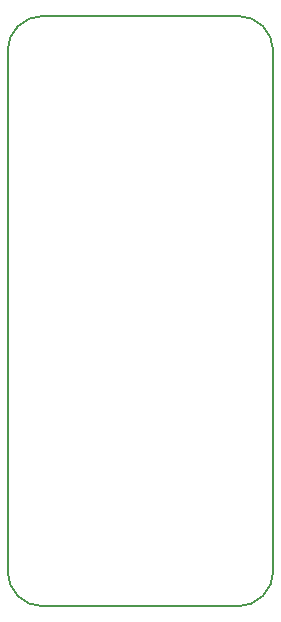
<source format=gbr>
G04 DipTrace 3.3.1.1*
G04 BoardOutline.gbr*
%MOMM*%
G04 #@! TF.FileFunction,Profile*
G04 #@! TF.Part,Single*
%ADD11C,0.14*%
%FSLAX35Y35*%
G04*
G71*
G90*
G75*
G01*
G04 BoardOutline*
%LPD*%
X3250000Y1300000D2*
D11*
Y5700000D1*
G03X2950000Y6000000I-299996J4D01*
G01*
X1300000D1*
G03X1000000Y5700000I52J-300052D01*
G01*
Y1300000D1*
G03X1300000Y1000000I300052J52D01*
G01*
X2950000D1*
G03X3250000Y1300000I4J299996D01*
G01*
D3*
M02*

</source>
